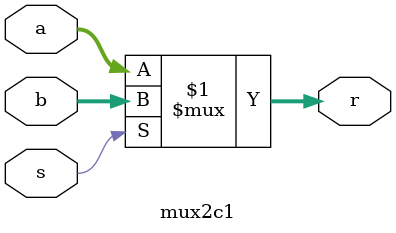
<source format=v>
`timescale 1ns / 1ps
module mux2c1 #(parameter WIDTH = 32)(
    input [WIDTH-1:0] a,
    input [WIDTH-1:0] b,
    input s,
    output [WIDTH-1:0] r
    );
    assign r = s? b:a;

endmodule

</source>
